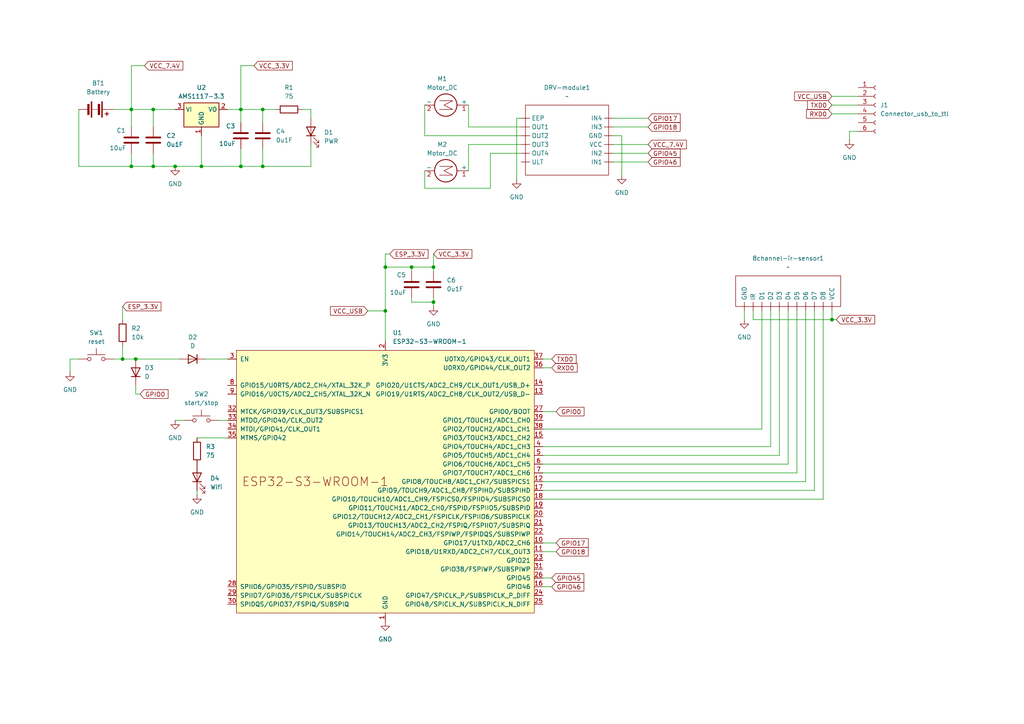
<source format=kicad_sch>
(kicad_sch (version 20250114) (generator "eeschema") (generator_version "9.0")
  (paper "A4")
  (lib_symbols
    (symbol "Connector:Conn_01x06_Socket" (pin_names (offset 1.016) (hide yes))
      (property "Reference" "J" (at 0 7.62 0))
      (property "Value" "Conn_01x06_Socket" (at 0 -10.16 0))
      (symbol "Conn_01x06_Socket_1_1"
        (polyline (pts (xy -1.27 5.08) (xy -0.508 5.08)) (stroke (width 0.1524)))
        (polyline (pts (xy -1.27 2.54) (xy -0.508 2.54)) (stroke (width 0.1524)))
        (polyline (pts (xy -1.27 0) (xy -0.508 0)) (stroke (width 0.1524)))
        (polyline (pts (xy -1.27 -2.54) (xy -0.508 -2.54)) (stroke (width 0.1524)))
        (polyline (pts (xy -1.27 -5.08) (xy -0.508 -5.08)) (stroke (width 0.1524)))
        (polyline (pts (xy -1.27 -7.62) (xy -0.508 -7.62)) (stroke (width 0.1524)))
        (arc (start 0 4.572) (mid -0.5058 5.08) (end 0 5.588) (stroke (width 0.1524)))
        (arc (start 0 2.032) (mid -0.5058 2.54) (end 0 3.048) (stroke (width 0.1524)))
        (arc (start 0 -0.508) (mid -0.5058 0) (end 0 0.508) (stroke (width 0.1524)))
        (arc (start 0 -3.048) (mid -0.5058 -2.54) (end 0 -2.032) (stroke (width 0.1524)))
        (arc (start 0 -5.588) (mid -0.5058 -5.08) (end 0 -4.572) (stroke (width 0.1524)))
        (arc (start 0 -8.128) (mid -0.5058 -7.62) (end 0 -7.112) (stroke (width 0.1524)))
        (pin passive line (at -5.08 5.08 0) (length 3.81) (name "Pin_1") (number "1"))
        (pin passive line (at -5.08 2.54 0) (length 3.81) (name "Pin_2") (number "2"))
        (pin passive line (at -5.08 0 0) (length 3.81) (name "Pin_3") (number "3"))
        (pin passive line (at -5.08 -2.54 0) (length 3.81) (name "Pin_4") (number "4"))
        (pin passive line (at -5.08 -5.08 0) (length 3.81) (name "Pin_5") (number "5"))
        (pin passive line (at -5.08 -7.62 0) (length 3.81) (name "Pin_6") (number "6"))
      )
    )
    (symbol "Device:Battery" (pin_numbers (hide yes)) (pin_names (offset 0) (hide yes))
      (property "Reference" "BT" (at 2.54 2.54 0))
      (property "Value" "Battery" (at 2.54 0 0))
      (symbol "Battery_0_1"
        (rectangle (start -2.286 1.778) (end 2.286 1.524) (fill (type outline)))
        (rectangle (start -2.286 -1.27) (end 2.286 -1.524) (fill (type outline)))
        (rectangle (start -1.524 1.016) (end 1.524 0.508) (fill (type outline)))
        (rectangle (start -1.524 -2.032) (end 1.524 -2.54) (fill (type outline)))
        (polyline (pts (xy 0 1.778) (xy 0 2.54)))
        (polyline (pts (xy 0 0) (xy 0 0.254)))
        (polyline (pts (xy 0 -0.508) (xy 0 -0.254)))
        (polyline (pts (xy 0 -1.016) (xy 0 -0.762)))
        (polyline (pts (xy 0.762 3.048) (xy 1.778 3.048)) (stroke (width 0.254)))
        (polyline (pts (xy 1.27 3.556) (xy 1.27 2.54)) (stroke (width 0.254)))
      )
      (symbol "Battery_1_1"
        (pin passive line (at 0 5.08 270) (length 2.54) (name "+") (number "1"))
        (pin passive line (at 0 -5.08 90) (length 2.54) (name "-") (number "2"))
      )
    )
    (symbol "Device:C" (pin_numbers (hide yes)) (pin_names (offset 0.254))
      (property "Reference" "C" (at 0.635 2.54 0))
      (property "Value" "C" (at 0.635 -2.54 0))
      (symbol "C_0_1"
        (polyline (pts (xy -2.032 0.762) (xy 2.032 0.762)) (stroke (width 0.508)))
        (polyline (pts (xy -2.032 -0.762) (xy 2.032 -0.762)) (stroke (width 0.508)))
      )
      (symbol "C_1_1"
        (pin passive line (at 0 3.81 270) (length 2.794) (name "~") (number "1"))
        (pin passive line (at 0 -3.81 90) (length 2.794) (name "~") (number "2"))
      )
    )
    (symbol "Device:D" (pin_numbers (hide yes)) (pin_names (offset 1.016) (hide yes))
      (property "Reference" "D" (at 0 2.54 0))
      (property "Value" "D" (at 0 -2.54 0))
      (symbol "D_0_1"
        (polyline (pts (xy -1.27 1.27) (xy -1.27 -1.27)) (stroke (width 0.254)))
        (polyline (pts (xy 1.27 1.27) (xy 1.27 -1.27) (xy -1.27 0) (xy 1.27 1.27)) (stroke (width 0.254)))
        (polyline (pts (xy 1.27 0) (xy -1.27 0)))
      )
      (symbol "D_1_1"
        (pin passive line (at -3.81 0 0) (length 2.54) (name "K") (number "1"))
        (pin passive line (at 3.81 0 180) (length 2.54) (name "A") (number "2"))
      )
    )
    (symbol "Device:LED" (pin_numbers (hide yes)) (pin_names (offset 1.016) (hide yes))
      (property "Reference" "D" (at 0 2.54 0))
      (property "Value" "LED" (at 0 -2.54 0))
      (symbol "LED_0_1"
        (polyline (pts (xy -3.048 -0.762) (xy -4.572 -2.286) (xy -3.81 -2.286) (xy -4.572 -2.286) (xy -4.572 -1.524)))
        (polyline (pts (xy -1.778 -0.762) (xy -3.302 -2.286) (xy -2.54 -2.286) (xy -3.302 -2.286) (xy -3.302 -1.524)))
        (polyline (pts (xy -1.27 0) (xy 1.27 0)))
        (polyline (pts (xy -1.27 -1.27) (xy -1.27 1.27)) (stroke (width 0.254)))
        (polyline (pts (xy 1.27 -1.27) (xy 1.27 1.27) (xy -1.27 0) (xy 1.27 -1.27)) (stroke (width 0.254)))
      )
      (symbol "LED_1_1"
        (pin passive line (at -3.81 0 0) (length 2.54) (name "K") (number "1"))
        (pin passive line (at 3.81 0 180) (length 2.54) (name "A") (number "2"))
      )
    )
    (symbol "Device:R" (pin_numbers (hide yes)) (pin_names (offset 0))
      (property "Reference" "R" (at 2.032 0 90))
      (property "Value" "R" (at 0 0 90))
      (symbol "R_0_1"
        (rectangle (start -1.016 -2.54) (end 1.016 2.54) (stroke (width 0.254)))
      )
      (symbol "R_1_1"
        (pin passive line (at 0 3.81 270) (length 1.27) (name "~") (number "1"))
        (pin passive line (at 0 -3.81 90) (length 1.27) (name "~") (number "2"))
      )
    )
    (symbol "Motor:Motor_DC" (pin_names (offset 0))
      (property "Reference" "M" (at 2.54 2.54 0))
      (property "Value" "Motor_DC" (at 2.54 -5.08 0))
      (symbol "Motor_DC_0_0"
        (polyline (pts (xy -1.27 -3.302) (xy -1.27 0.508) (xy 0 -2.032) (xy 1.27 0.508) (xy 1.27 -3.302)))
      )
      (symbol "Motor_DC_0_1"
        (polyline (pts (xy 0 2.032) (xy 0 2.54)))
        (polyline (pts (xy 0 1.7272) (xy 0 2.0828)))
        (circle (center 0 -1.524) (radius 3.2512) (stroke (width 0.254)))
        (polyline (pts (xy 0 -4.7752) (xy 0 -5.1816)))
        (polyline (pts (xy 0 -7.62) (xy 0 -7.112)))
      )
      (symbol "Motor_DC_1_1"
        (pin passive line (at 0 5.08 270) (length 2.54) (name "+") (number "1"))
        (pin passive line (at 0 -7.62 90) (length 2.54) (name "-") (number "2"))
      )
    )
    (symbol "PCM_Espressif:ESP32-S3-WROOM-1" (pin_names (offset 1.016))
      (property "Reference" "U" (at -43.18 43.18 0))
      (property "Value" "ESP32-S3-WROOM-1" (at -43.18 40.64 0))
      (symbol "ESP32-S3-WROOM-1_0_0"
        (text "ESP32-S3-WROOM-1" (at -20.32 0 0) (effects (font (size 2.54 2.54))))
        (pin input line (at -45.72 35.56 0) (length 2.54) (name "EN") (number "3"))
        (pin bidirectional line (at -45.72 27.94 0) (length 2.54) (name "GPIO15/U0RTS/ADC2_CH4/XTAL_32K_P") (number "8"))
        (pin bidirectional line (at -45.72 25.4 0) (length 2.54) (name "GPIO16/U0CTS/ADC2_CH5/XTAL_32K_N") (number "9"))
        (pin bidirectional line (at -45.72 20.32 0) (length 2.54) (name "MTCK/GPIO39/CLK_OUT3/SUBSPICS1") (number "32"))
        (pin bidirectional line (at -45.72 17.78 0) (length 2.54) (name "MTDO/GPIO40/CLK_OUT2") (number "33"))
        (pin bidirectional line (at -45.72 15.24 0) (length 2.54) (name "MTDI/GPIO41/CLK_OUT1") (number "34"))
        (pin bidirectional line (at -45.72 12.7 0) (length 2.54) (name "MTMS/GPIO42") (number "35"))
        (pin bidirectional line (at -45.72 -30.48 0) (length 2.54) (name "SPIIO6/GPIO35/FSPID/SUBSPID") (number "28"))
        (pin bidirectional line (at -45.72 -33.02 0) (length 2.54) (name "SPIIO7/GPIO36/FSPICLK/SUBSPICLK") (number "29"))
        (pin bidirectional line (at -45.72 -35.56 0) (length 2.54) (name "SPIDQS/GPIO37/FSPIQ/SUBSPIQ") (number "30"))
        (pin power_in line (at 0 40.64 270) (length 2.54) (name "3V3") (number "2"))
        (pin power_in line (at 0 -40.64 90) (length 2.54) (name "GND") (number "1"))
        (pin passive line (at 0 -40.64 90) (length 2.54) (hide yes) (name "GND") (number "40"))
        (pin passive line (at 0 -40.64 90) (length 2.54) (hide yes) (name "GND") (number "41"))
        (pin bidirectional line (at 45.72 35.56 180) (length 2.54) (name "U0TXD/GPIO43/CLK_OUT1") (number "37"))
        (pin bidirectional line (at 45.72 33.02 180) (length 2.54) (name "U0RXD/GPIO44/CLK_OUT2") (number "36"))
        (pin bidirectional line (at 45.72 27.94 180) (length 2.54) (name "GPIO20/U1CTS/ADC2_CH9/CLK_OUT1/USB_D+") (number "14"))
        (pin bidirectional line (at 45.72 25.4 180) (length 2.54) (name "GPIO19/U1RTS/ADC2_CH8/CLK_OUT2/USB_D-") (number "13"))
        (pin bidirectional line (at 45.72 20.32 180) (length 2.54) (name "GPIO0/BOOT") (number "27"))
        (pin bidirectional line (at 45.72 17.78 180) (length 2.54) (name "GPIO1/TOUCH1/ADC1_CH0") (number "39"))
        (pin bidirectional line (at 45.72 15.24 180) (length 2.54) (name "GPIO2/TOUCH2/ADC1_CH1") (number "38"))
        (pin bidirectional line (at 45.72 12.7 180) (length 2.54) (name "GPIO3/TOUCH3/ADC1_CH2") (number "15"))
        (pin bidirectional line (at 45.72 10.16 180) (length 2.54) (name "GPIO4/TOUCH4/ADC1_CH3") (number "4"))
        (pin bidirectional line (at 45.72 7.62 180) (length 2.54) (name "GPIO5/TOUCH5/ADC1_CH4") (number "5"))
        (pin bidirectional line (at 45.72 5.08 180) (length 2.54) (name "GPIO6/TOUCH6/ADC1_CH5") (number "6"))
        (pin bidirectional line (at 45.72 2.54 180) (length 2.54) (name "GPIO7/TOUCH7/ADC1_CH6") (number "7"))
        (pin bidirectional line (at 45.72 0 180) (length 2.54) (name "GPIO8/TOUCH8/ADC1_CH7/SUBSPICS1") (number "12"))
        (pin bidirectional line (at 45.72 -2.54 180) (length 2.54) (name "GPIO9/TOUCH9/ADC1_CH8/FSPIHD/SUBSPIHD") (number "17"))
        (pin bidirectional line (at 45.72 -5.08 180) (length 2.54) (name "GPIO10/TOUCH10/ADC1_CH9/FSPICS0/FSPIIO4/SUBSPICS0") (number "18"))
        (pin bidirectional line (at 45.72 -7.62 180) (length 2.54) (name "GPIO11/TOUCH11/ADC2_CH0/FSPID/FSPIIO5/SUBSPID") (number "19"))
        (pin bidirectional line (at 45.72 -10.16 180) (length 2.54) (name "GPIO12/TOUCH12/ADC2_CH1/FSPICLK/FSPIIO6/SUBSPICLK") (number "20"))
        (pin bidirectional line (at 45.72 -12.7 180) (length 2.54) (name "GPIO13/TOUCH13/ADC2_CH2/FSPIQ/FSPIIO7/SUBSPIQ") (number "21"))
        (pin bidirectional line (at 45.72 -15.24 180) (length 2.54) (name "GPIO14/TOUCH14/ADC2_CH3/FSPIWP/FSPIDQS/SUBSPIWP") (number "22"))
        (pin bidirectional line (at 45.72 -17.78 180) (length 2.54) (name "GPIO17/U1TXD/ADC2_CH6") (number "10"))
        (pin bidirectional line (at 45.72 -20.32 180) (length 2.54) (name "GPIO18/U1RXD/ADC2_CH7/CLK_OUT3") (number "11"))
        (pin bidirectional line (at 45.72 -22.86 180) (length 2.54) (name "GPIO21") (number "23"))
        (pin bidirectional line (at 45.72 -25.4 180) (length 2.54) (name "GPIO38/FSPIWP/SUBSPIWP") (number "31"))
        (pin bidirectional line (at 45.72 -27.94 180) (length 2.54) (name "GPIO45") (number "26"))
        (pin bidirectional line (at 45.72 -30.48 180) (length 2.54) (name "GPIO46") (number "16"))
        (pin bidirectional line (at 45.72 -33.02 180) (length 2.54) (name "GPIO47/SPICLK_P/SUBSPICLK_P_DIFF") (number "24"))
        (pin bidirectional line (at 45.72 -35.56 180) (length 2.54) (name "GPIO48/SPICLK_N/SUBSPICLK_N_DIFF") (number "25"))
      )
      (symbol "ESP32-S3-WROOM-1_0_1"
        (rectangle (start -43.18 38.1) (end 43.18 -38.1) (fill (type background)))
      )
    )
    (symbol "Regulator_Linear:AMS1117-3.3"
      (property "Reference" "U" (at -3.81 3.175 0))
      (property "Value" "AMS1117-3.3" (at 0 3.175 0))
      (symbol "AMS1117-3.3_0_1"
        (rectangle (start -5.08 -5.08) (end 5.08 1.905) (stroke (width 0.254)) (fill (type background)))
      )
      (symbol "AMS1117-3.3_1_1"
        (pin power_in line (at -7.62 0 0) (length 2.54) (name "VI") (number "3"))
        (pin power_in line (at 0 -7.62 90) (length 2.54) (name "GND") (number "1"))
        (pin power_out line (at 7.62 0 180) (length 2.54) (name "VO") (number "2"))
      )
    )
    (symbol "Switch:SW_Push" (pin_numbers (hide yes)) (pin_names (offset 1.016) (hide yes))
      (property "Reference" "SW" (at 1.27 2.54 0))
      (property "Value" "SW_Push" (at 0 -1.524 0))
      (symbol "SW_Push_0_1"
        (circle (center -2.032 0) (radius 0.508))
        (polyline (pts (xy 0 1.27) (xy 0 3.048)))
        (circle (center 2.032 0) (radius 0.508))
        (polyline (pts (xy 2.54 1.27) (xy -2.54 1.27)))
        (pin passive line (at -5.08 0 0) (length 2.54) (name "1") (number "1"))
        (pin passive line (at 5.08 0 180) (length 2.54) (name "2") (number "2"))
      )
    )
    (symbol "eigensymbolen:8channel-ir-sensor"
      (property "Reference" "8channel-ir-sensor" (at 0 0 0))
      (symbol "8channel-ir-sensor_0_1"
        (rectangle (start -15.24 1.27) (end 15.24 -7.62))
      )
      (symbol "8channel-ir-sensor_1_1"
        (pin power_in line (at -12.7 -8.89 90) (length 2.54) (name "GND") (number ""))
        (pin power_in line (at -10.16 -8.89 90) (length 2.54) (name "IR") (number ""))
        (pin output line (at -7.62 -8.89 90) (length 2.54) (name "D1") (number ""))
        (pin output line (at -5.08 -8.89 90) (length 2.54) (name "D2") (number ""))
        (pin output line (at -2.54 -8.89 90) (length 2.54) (name "D3") (number ""))
        (pin output line (at 0 -8.89 90) (length 2.54) (name "D4") (number ""))
        (pin output line (at 2.54 -8.89 90) (length 2.54) (name "D5") (number ""))
        (pin output line (at 5.08 -8.89 90) (length 2.54) (name "D6") (number ""))
        (pin output line (at 7.62 -8.89 90) (length 2.54) (name "D7") (number ""))
        (pin output line (at 10.16 -8.89 90) (length 2.54) (name "D8") (number ""))
        (pin power_in line (at 12.7 -8.89 90) (length 2.54) (name "VCC") (number ""))
      )
    )
    (symbol "eigensymbolen:DRV8833_board"
      (property "Reference" "DRV8833" (at -0.254 8.128 0))
      (symbol "DRV8833_board_0_1"
        (rectangle (start -12.7 10.16) (end 11.43 -10.16))
      )
      (symbol "DRV8833_board_1_1"
        (pin input line (at -13.97 6.35 0) (length 2.54) (name "EEP") (number ""))
        (pin output line (at -13.97 3.81 0) (length 2.54) (name "OUT1") (number ""))
        (pin output line (at -13.97 1.27 0) (length 2.54) (name "OUT2") (number ""))
        (pin output line (at -13.97 -1.27 0) (length 2.54) (name "OUT3") (number ""))
        (pin output line (at -13.97 -3.81 0) (length 2.54) (name "OUT4") (number ""))
        (pin input line (at -13.97 -6.35 0) (length 2.54) (name "ULT") (number ""))
        (pin input line (at 12.7 6.35 180) (length 2.54) (name "IN4") (number ""))
        (pin input line (at 12.7 3.81 180) (length 2.54) (name "IN3") (number ""))
        (pin power_in line (at 12.7 1.27 180) (length 2.54) (name "GND") (number ""))
        (pin power_in line (at 12.7 -1.27 180) (length 2.54) (name "VCC") (number ""))
        (pin input line (at 12.7 -3.81 180) (length 2.54) (name "IN2") (number ""))
        (pin input line (at 12.7 -6.35 180) (length 2.54) (name "IN1") (number ""))
      )
    )
    (symbol "power:GND" (power) (pin_numbers (hide yes)) (pin_names (offset 0) (hide yes))
      (property "Value" "GND" (at 0 -3.81 0))
      (symbol "GND_0_1"
        (polyline (pts (xy 0 0) (xy 0 -1.27) (xy 1.27 -1.27) (xy 0 -2.54) (xy -1.27 -1.27) (xy 0 -1.27)))
      )
      (symbol "GND_1_1"
        (pin power_in line (at 0 0 270) (length 0) (name "~") (number "1"))
      )
    )
  )
  (junction (at 111.76 77.47))
  (junction (at 58.42 48.26))
  (junction (at 111.76 90.17))
  (junction (at 38.1 48.26))
  (junction (at 119.38 77.47))
  (junction (at 69.85 48.26))
  (junction (at 76.2 48.26))
  (junction (at 35.56 104.14))
  (junction (at 125.73 87.63))
  (junction (at 76.2 31.75))
  (junction (at 39.37 104.14))
  (junction (at 50.8 48.26))
  (junction (at 125.73 77.47))
  (junction (at 69.85 31.75))
  (junction (at 38.1 31.75))
  (junction (at 241.3 92.71))
  (junction (at 44.45 48.26))
  (junction (at 44.45 31.75))
  (wire (pts (xy 50.8 48.26) (xy 58.42 48.26)))
  (wire (pts (xy 220.98 124.46) (xy 220.98 90.17)))
  (wire (pts (xy 66.04 127) (xy 57.15 127)))
  (wire (pts (xy 44.45 48.26) (xy 50.8 48.26)))
  (wire (pts (xy 69.85 31.75) (xy 69.85 35.56)))
  (wire (pts (xy 76.2 31.75) (xy 69.85 31.75)))
  (wire (pts (xy 157.48 106.68) (xy 160.02 106.68)))
  (wire (pts (xy 90.17 31.75) (xy 90.17 34.29)))
  (wire (pts (xy 218.44 90.17) (xy 218.44 92.71)))
  (wire (pts (xy 69.85 48.26) (xy 58.42 48.26)))
  (wire (pts (xy 39.37 104.14) (xy 52.07 104.14)))
  (wire (pts (xy 157.48 134.62) (xy 228.6 134.62)))
  (wire (pts (xy 157.48 142.24) (xy 236.22 142.24)))
  (wire (pts (xy 233.68 139.7) (xy 233.68 90.17)))
  (wire (pts (xy 157.48 144.78) (xy 238.76 144.78)))
  (wire (pts (xy 87.63 31.75) (xy 90.17 31.75)))
  (wire (pts (xy 142.24 44.45) (xy 142.24 54.61)))
  (wire (pts (xy 157.48 119.38) (xy 161.29 119.38)))
  (wire (pts (xy 149.86 34.29) (xy 151.13 34.29)))
  (wire (pts (xy 223.52 129.54) (xy 223.52 90.17)))
  (wire (pts (xy 177.8 41.91) (xy 187.96 41.91)))
  (wire (pts (xy 38.1 48.26) (xy 44.45 48.26)))
  (wire (pts (xy 241.3 92.71) (xy 242.57 92.71)))
  (wire (pts (xy 231.14 137.16) (xy 231.14 90.17)))
  (wire (pts (xy 125.73 87.63) (xy 125.73 86.36)))
  (wire (pts (xy 157.48 104.14) (xy 160.02 104.14)))
  (wire (pts (xy 66.04 31.75) (xy 69.85 31.75)))
  (wire (pts (xy 241.3 33.02) (xy 248.92 33.02)))
  (wire (pts (xy 40.64 114.3) (xy 39.37 114.3)))
  (wire (pts (xy 119.38 77.47) (xy 125.73 77.47)))
  (wire (pts (xy 119.38 87.63) (xy 125.73 87.63)))
  (wire (pts (xy 63.5 121.92) (xy 66.04 121.92)))
  (wire (pts (xy 226.06 132.08) (xy 226.06 90.17)))
  (wire (pts (xy 38.1 31.75) (xy 38.1 36.83)))
  (wire (pts (xy 35.56 104.14) (xy 39.37 104.14)))
  (wire (pts (xy 157.48 157.48) (xy 161.29 157.48)))
  (wire (pts (xy 111.76 73.66) (xy 111.76 77.47)))
  (wire (pts (xy 22.86 31.75) (xy 22.86 48.26)))
  (wire (pts (xy 236.22 142.24) (xy 236.22 90.17)))
  (wire (pts (xy 76.2 48.26) (xy 76.2 43.18)))
  (wire (pts (xy 125.73 73.66) (xy 125.73 77.47)))
  (wire (pts (xy 44.45 36.83) (xy 44.45 31.75)))
  (wire (pts (xy 228.6 134.62) (xy 228.6 90.17)))
  (wire (pts (xy 44.45 44.45) (xy 44.45 48.26)))
  (wire (pts (xy 218.44 92.71) (xy 241.3 92.71)))
  (wire (pts (xy 39.37 114.3) (xy 39.37 111.76)))
  (wire (pts (xy 59.69 104.14) (xy 66.04 104.14)))
  (wire (pts (xy 157.48 139.7) (xy 233.68 139.7)))
  (wire (pts (xy 157.48 160.02) (xy 161.29 160.02)))
  (wire (pts (xy 125.73 77.47) (xy 125.73 78.74)))
  (wire (pts (xy 119.38 77.47) (xy 119.38 78.74)))
  (wire (pts (xy 177.8 39.37) (xy 180.34 39.37)))
  (wire (pts (xy 125.73 88.9) (xy 125.73 87.63)))
  (wire (pts (xy 135.89 30.48) (xy 135.89 36.83)))
  (wire (pts (xy 119.38 77.47) (xy 111.76 77.47)))
  (wire (pts (xy 157.48 124.46) (xy 220.98 124.46)))
  (wire (pts (xy 38.1 44.45) (xy 38.1 48.26)))
  (wire (pts (xy 20.32 104.14) (xy 22.86 104.14)))
  (wire (pts (xy 215.9 90.17) (xy 215.9 92.71)))
  (wire (pts (xy 106.68 90.17) (xy 111.76 90.17)))
  (wire (pts (xy 157.48 137.16) (xy 231.14 137.16)))
  (wire (pts (xy 135.89 36.83) (xy 151.13 36.83)))
  (wire (pts (xy 38.1 19.05) (xy 38.1 31.75)))
  (wire (pts (xy 76.2 48.26) (xy 90.17 48.26)))
  (wire (pts (xy 22.86 48.26) (xy 38.1 48.26)))
  (wire (pts (xy 69.85 48.26) (xy 76.2 48.26)))
  (wire (pts (xy 20.32 104.14) (xy 20.32 107.95)))
  (wire (pts (xy 142.24 44.45) (xy 151.13 44.45)))
  (wire (pts (xy 44.45 31.75) (xy 50.8 31.75)))
  (wire (pts (xy 123.19 39.37) (xy 151.13 39.37)))
  (wire (pts (xy 149.86 52.07) (xy 149.86 34.29)))
  (wire (pts (xy 69.85 43.18) (xy 69.85 48.26)))
  (wire (pts (xy 157.48 170.18) (xy 160.02 170.18)))
  (wire (pts (xy 123.19 49.53) (xy 123.19 54.61)))
  (wire (pts (xy 35.56 88.9) (xy 35.56 92.71)))
  (wire (pts (xy 177.8 46.99) (xy 187.96 46.99)))
  (wire (pts (xy 157.48 132.08) (xy 226.06 132.08)))
  (wire (pts (xy 177.8 44.45) (xy 187.96 44.45)))
  (wire (pts (xy 241.3 90.17) (xy 241.3 92.71)))
  (wire (pts (xy 238.76 144.78) (xy 238.76 90.17)))
  (wire (pts (xy 57.15 143.51) (xy 57.15 142.24)))
  (wire (pts (xy 123.19 30.48) (xy 123.19 39.37)))
  (wire (pts (xy 38.1 31.75) (xy 44.45 31.75)))
  (wire (pts (xy 177.8 36.83) (xy 187.96 36.83)))
  (wire (pts (xy 157.48 129.54) (xy 223.52 129.54)))
  (wire (pts (xy 111.76 90.17) (xy 111.76 77.47)))
  (wire (pts (xy 123.19 54.61) (xy 142.24 54.61)))
  (wire (pts (xy 41.91 19.05) (xy 38.1 19.05)))
  (wire (pts (xy 119.38 87.63) (xy 119.38 86.36)))
  (wire (pts (xy 135.89 41.91) (xy 151.13 41.91)))
  (wire (pts (xy 241.3 27.94) (xy 248.92 27.94)))
  (wire (pts (xy 157.48 167.64) (xy 160.02 167.64)))
  (wire (pts (xy 135.89 41.91) (xy 135.89 49.53)))
  (wire (pts (xy 33.02 104.14) (xy 35.56 104.14)))
  (wire (pts (xy 113.03 73.66) (xy 111.76 73.66)))
  (wire (pts (xy 33.02 31.75) (xy 38.1 31.75)))
  (wire (pts (xy 69.85 19.05) (xy 69.85 31.75)))
  (wire (pts (xy 76.2 31.75) (xy 80.01 31.75)))
  (wire (pts (xy 111.76 99.06) (xy 111.76 90.17)))
  (wire (pts (xy 35.56 100.33) (xy 35.56 104.14)))
  (wire (pts (xy 90.17 41.91) (xy 90.17 48.26)))
  (wire (pts (xy 180.34 39.37) (xy 180.34 50.8)))
  (wire (pts (xy 177.8 34.29) (xy 187.96 34.29)))
  (wire (pts (xy 241.3 30.48) (xy 248.92 30.48)))
  (wire (pts (xy 73.66 19.05) (xy 69.85 19.05)))
  (wire (pts (xy 58.42 39.37) (xy 58.42 48.26)))
  (wire (pts (xy 246.38 38.1) (xy 248.92 38.1)))
  (wire (pts (xy 246.38 40.64) (xy 246.38 38.1)))
  (wire (pts (xy 50.8 121.92) (xy 53.34 121.92)))
  (wire (pts (xy 76.2 35.56) (xy 76.2 31.75)))
  (global_label "VCC_7.4V" (shape input) (at 41.91 19.05 0) (property "Intersheetrefs" "${INTERSHEET_REFS}" (effects (hide yes))))
  (global_label "VCC_3.3V" (shape input) (at 125.73 73.66 0) (property "Intersheetrefs" "${INTERSHEET_REFS}" (effects (hide yes))))
  (global_label "GPIO17" (shape input) (at 161.29 157.48 0) (property "Intersheetrefs" "${INTERSHEET_REFS}" (effects (hide yes))))
  (global_label "GPIO17" (shape input) (at 187.96 34.29 0) (property "Intersheetrefs" "${INTERSHEET_REFS}" (effects (hide yes))))
  (global_label "GPIO0" (shape input) (at 161.29 119.38 0) (property "Intersheetrefs" "${INTERSHEET_REFS}" (effects (hide yes))))
  (global_label "RXD0" (shape input) (at 160.02 106.68 0) (property "Intersheetrefs" "${INTERSHEET_REFS}" (effects (hide yes))))
  (global_label "GPIO18" (shape input) (at 187.96 36.83 0) (property "Intersheetrefs" "${INTERSHEET_REFS}" (effects (hide yes))))
  (global_label "VCC_7.4V" (shape input) (at 187.96 41.91 0) (property "Intersheetrefs" "${INTERSHEET_REFS}" (effects (hide yes))))
  (global_label "GPIO45" (shape input) (at 187.96 44.45 0) (property "Intersheetrefs" "${INTERSHEET_REFS}" (effects (hide yes))))
  (global_label "TXD0" (shape input) (at 160.02 104.14 0) (property "Intersheetrefs" "${INTERSHEET_REFS}" (effects (hide yes))))
  (global_label "VCC_3.3V" (shape input) (at 73.66 19.05 0) (property "Intersheetrefs" "${INTERSHEET_REFS}" (effects (hide yes))))
  (global_label "RXD0" (shape input) (at 241.3 33.02 180) (property "Intersheetrefs" "${INTERSHEET_REFS}" (effects (hide yes))))
  (global_label "ESP_3.3V" (shape input) (at 35.56 88.9 0) (property "Intersheetrefs" "${INTERSHEET_REFS}" (effects (hide yes))))
  (global_label "TXD0" (shape input) (at 241.3 30.48 180) (property "Intersheetrefs" "${INTERSHEET_REFS}" (effects (hide yes))))
  (global_label "ESP_3.3V" (shape input) (at 113.03 73.66 0) (property "Intersheetrefs" "${INTERSHEET_REFS}" (effects (hide yes))))
  (global_label "GPIO46" (shape input) (at 160.02 170.18 0) (property "Intersheetrefs" "${INTERSHEET_REFS}" (effects (hide yes))))
  (global_label "GPIO0" (shape input) (at 40.64 114.3 0) (property "Intersheetrefs" "${INTERSHEET_REFS}" (effects (hide yes))))
  (global_label "VCC_USB" (shape input) (at 241.3 27.94 180) (property "Intersheetrefs" "${INTERSHEET_REFS}" (effects (hide yes))))
  (global_label "VCC_USB" (shape input) (at 106.68 90.17 180) (property "Intersheetrefs" "${INTERSHEET_REFS}" (effects (hide yes))))
  (global_label "VCC_3.3V" (shape input) (at 242.57 92.71 0) (property "Intersheetrefs" "${INTERSHEET_REFS}" (effects (hide yes))))
  (global_label "GPIO46" (shape input) (at 187.96 46.99 0) (property "Intersheetrefs" "${INTERSHEET_REFS}" (effects (hide yes))))
  (global_label "GPIO45" (shape input) (at 160.02 167.64 0) (property "Intersheetrefs" "${INTERSHEET_REFS}" (effects (hide yes))))
  (global_label "GPIO18" (shape input) (at 161.29 160.02 0) (property "Intersheetrefs" "${INTERSHEET_REFS}" (effects (hide yes))))
  (symbol (lib_id "Device:C") (at 125.73 82.55 0) (unit 1)
    (property "Reference" "C6" (at 129.54 81.2799 0) (effects (justify left)))
    (property "Value" "0u1F" (at 129.54 83.8199 0) (effects (justify left)))
    (property "Description" "Unpolarized capacitor" (effects (hide yes)))
  )
  (symbol (lib_id "Device:C") (at 44.45 40.64 0) (unit 1)
    (property "Reference" "C2" (at 48.26 39.3699 0) (effects (justify left)))
    (property "Value" "0u1F" (at 48.26 41.9099 0) (effects (justify left)))
    (property "Description" "Unpolarized capacitor" (effects (hide yes)))
  )
  (symbol (lib_id "power:GND") (at 246.38 40.64 0) (unit 1)
    (property "Reference" "#PWR09" (effects (hide yes)))
    (property "Value" "GND" (at 246.38 45.72 0))
    (property "Description" "Power symbol creates a global label with name \"GND\" , ground" (effects (hide yes)))
  )
  (symbol (lib_id "power:GND") (at 50.8 48.26 0) (unit 1)
    (property "Reference" "#PWR01" (effects (hide yes)))
    (property "Value" "GND" (at 50.8 53.34 0))
    (property "Description" "Power symbol creates a global label with name \"GND\" , ground" (effects (hide yes)))
  )
  (symbol (lib_id "Device:Battery") (at 27.94 31.75 270) (unit 1)
    (property "Reference" "BT1" (at 28.5115 24.13 90))
    (property "Value" "Battery" (at 28.5115 26.67 90))
    (property "Description" "Multiple-cell battery" (effects (hide yes)))
  )
  (symbol (lib_id "Device:R") (at 35.56 96.52 0) (unit 1)
    (property "Reference" "R2" (at 38.1 95.2499 0) (effects (justify left)))
    (property "Value" "10k" (at 38.1 97.7899 0) (effects (justify left)))
    (property "Footprint" "Resistor_THT:R_Axial_DIN0204_L3.6mm_D1.6mm_P7.62mm_Horizontal" (effects (hide yes)))
    (property "Description" "Resistor" (effects (hide yes)))
  )
  (symbol (lib_id "Switch:SW_Push") (at 58.42 121.92 0) (unit 1)
    (property "Reference" "SW2" (at 58.42 114.3 0))
    (property "Value" "start/stop" (at 58.42 116.84 0))
    (property "Footprint" "Button_Switch_SMD:SW_SPST_PTS645Sx43SMTR92" (effects (hide yes)))
    (property "Description" "Push button switch, generic, two pins" (effects (hide yes)))
  )
  (symbol (lib_id "Device:R") (at 83.82 31.75 90) (unit 1)
    (property "Reference" "R1" (at 83.82 25.4 90))
    (property "Value" "75" (at 83.82 27.94 90))
    (property "Footprint" "Resistor_THT:R_Axial_DIN0204_L3.6mm_D1.6mm_P7.62mm_Horizontal" (effects (hide yes)))
    (property "Description" "Resistor" (effects (hide yes)))
  )
  (symbol (lib_id "power:GND") (at 125.73 88.9 0) (unit 1)
    (property "Reference" "#PWR03" (effects (hide yes)))
    (property "Value" "GND" (at 125.73 93.98 0))
    (property "Description" "Power symbol creates a global label with name \"GND\" , ground" (effects (hide yes)))
  )
  (symbol (lib_id "Device:C") (at 38.1 40.64 0) (unit 1)
    (property "Reference" "C1" (at 33.782 37.846 0) (effects (justify left)))
    (property "Value" "10uF" (at 31.75 42.926 0) (effects (justify left)))
    (property "Description" "Unpolarized capacitor" (effects (hide yes)))
  )
  (symbol (lib_id "Device:D") (at 39.37 107.95 90) (unit 1)
    (property "Reference" "D3" (at 41.91 106.6799 90) (effects (justify right)))
    (property "Value" "D" (at 41.91 109.2199 90) (effects (justify right)))
    (property "Description" "Diode" (effects (hide yes)))
    (property "Sim.Device" "D" (effects (hide yes)))
    (property "Sim.Pins" "1=K 2=A" (effects (hide yes)))
  )
  (symbol (lib_id "Motor:Motor_DC") (at 130.81 49.53 270) (unit 1)
    (property "Reference" "M2" (at 128.27 41.91 90))
    (property "Value" "Motor_DC" (at 128.27 44.45 90))
    (property "Description" "DC Motor" (effects (hide yes)))
  )
  (symbol (lib_id "power:GND") (at 111.76 180.34 0) (unit 1)
    (property "Reference" "#PWR02" (effects (hide yes)))
    (property "Value" "GND" (at 111.76 185.42 0))
    (property "Description" "Power symbol creates a global label with name \"GND\" , ground" (effects (hide yes)))
  )
  (symbol (lib_id "eigensymbolen:DRV8833_board") (at 165.1 40.64 0) (unit 1)
    (property "Reference" "DRV-module1" (at 164.465 25.4 0))
    (property "Value" "~" (at 164.465 27.94 0))
  )
  (symbol (lib_id "power:GND") (at 180.34 50.8 0) (unit 1)
    (property "Reference" "#PWR07" (effects (hide yes)))
    (property "Value" "GND" (at 180.34 55.88 0))
    (property "Description" "Power symbol creates a global label with name \"GND\" , ground" (effects (hide yes)))
  )
  (symbol (lib_id "Device:R") (at 57.15 130.81 180) (unit 1)
    (property "Reference" "R3" (at 59.69 129.5399 0) (effects (justify right)))
    (property "Value" "75" (at 59.69 132.0799 0) (effects (justify right)))
    (property "Footprint" "Resistor_THT:R_Axial_DIN0204_L3.6mm_D1.6mm_P7.62mm_Horizontal" (effects (hide yes)))
    (property "Description" "Resistor" (effects (hide yes)))
  )
  (symbol (lib_id "Device:LED") (at 57.15 138.43 90) (unit 1)
    (property "Reference" "D4" (at 60.96 138.7474 90) (effects (justify right)))
    (property "Value" "Wifi" (at 60.96 141.2874 90) (effects (justify right)))
    (property "Footprint" "LED_THT:LED_D5.0mm" (effects (hide yes)))
    (property "Description" "Light emitting diode" (effects (hide yes)))
    (property "Sim.Pins" "1=K 2=A" (effects (hide yes)))
  )
  (symbol (lib_id "power:GND") (at 215.9 92.71 0) (unit 1)
    (property "Reference" "#PWR05" (effects (hide yes)))
    (property "Value" "GND" (at 215.9 97.79 0))
    (property "Description" "Power symbol creates a global label with name \"GND\" , ground" (effects (hide yes)))
  )
  (symbol (lib_id "Device:C") (at 69.85 39.37 0) (unit 1)
    (property "Reference" "C3" (at 65.532 36.576 0) (effects (justify left)))
    (property "Value" "10uF" (at 63.5 41.656 0) (effects (justify left)))
    (property "Description" "Unpolarized capacitor" (effects (hide yes)))
  )
  (symbol (lib_id "Device:D") (at 55.88 104.14 180) (unit 1)
    (property "Reference" "D2" (at 55.88 97.79 0))
    (property "Value" "D" (at 55.88 100.33 0))
    (property "Description" "Diode" (effects (hide yes)))
    (property "Sim.Device" "D" (effects (hide yes)))
    (property "Sim.Pins" "1=K 2=A" (effects (hide yes)))
  )
  (symbol (lib_id "Regulator_Linear:AMS1117-3.3") (at 58.42 31.75 0) (unit 1)
    (property "Reference" "U2" (at 58.42 25.4 0))
    (property "Value" "AMS1117-3.3" (at 58.42 27.94 0))
    (property "Footprint" "Package_TO_SOT_SMD:SOT-223-3_TabPin2" (effects (hide yes)))
    (property "Datasheet" "http://www.advanced-monolithic.com/pdf/ds1117.pdf" (effects (hide yes)))
    (property "Description" "1A Low Dropout regulator, positive, 3.3V fixed output, SOT-223" (effects (hide yes)))
  )
  (symbol (lib_id "Motor:Motor_DC") (at 130.81 30.48 270) (unit 1)
    (property "Reference" "M1" (at 128.27 22.86 90))
    (property "Value" "Motor_DC" (at 128.27 25.4 90))
    (property "Description" "DC Motor" (effects (hide yes)))
  )
  (symbol (lib_id "power:GND") (at 149.86 52.07 0) (unit 1)
    (property "Reference" "#PWR08" (effects (hide yes)))
    (property "Value" "GND" (at 149.86 57.15 0))
    (property "Description" "Power symbol creates a global label with name \"GND\" , ground" (effects (hide yes)))
  )
  (symbol (lib_id "Switch:SW_Push") (at 27.94 104.14 0) (unit 1)
    (property "Reference" "SW1" (at 27.94 96.52 0))
    (property "Value" "reset" (at 27.94 99.06 0))
    (property "Footprint" "Button_Switch_SMD:SW_SPST_PTS645Sx43SMTR92" (effects (hide yes)))
    (property "Description" "Push button switch, generic, two pins" (effects (hide yes)))
  )
  (symbol (lib_id "Device:LED") (at 90.17 38.1 90) (unit 1)
    (property "Reference" "D1" (at 93.98 38.4174 90) (effects (justify right)))
    (property "Value" "PWR" (at 93.98 40.9574 90) (effects (justify right)))
    (property "Footprint" "LED_THT:LED_D5.0mm" (effects (hide yes)))
    (property "Description" "Light emitting diode" (effects (hide yes)))
    (property "Sim.Pins" "1=K 2=A" (effects (hide yes)))
  )
  (symbol (lib_id "power:GND") (at 50.8 121.92 0) (unit 1)
    (property "Reference" "#PWR06" (effects (hide yes)))
    (property "Value" "GND" (at 50.8 127 0))
    (property "Description" "Power symbol creates a global label with name \"GND\" , ground" (effects (hide yes)))
  )
  (symbol (lib_id "Device:C") (at 119.38 82.55 0) (unit 1)
    (property "Reference" "C5" (at 115.062 79.756 0) (effects (justify left)))
    (property "Value" "10uF" (at 113.03 84.836 0) (effects (justify left)))
    (property "Description" "Unpolarized capacitor" (effects (hide yes)))
  )
  (symbol (lib_id "power:GND") (at 20.32 107.95 0) (unit 1)
    (property "Reference" "#PWR04" (effects (hide yes)))
    (property "Value" "GND" (at 20.32 113.03 0))
    (property "Description" "Power symbol creates a global label with name \"GND\" , ground" (effects (hide yes)))
  )
  (symbol (lib_id "eigensymbolen:8channel-ir-sensor") (at 228.6 81.28 0) (unit 1)
    (property "Reference" "8channel-ir-sensor1" (at 228.6 74.93 0))
    (property "Value" "~" (at 228.6 77.47 0))
  )
  (symbol (lib_id "PCM_Espressif:ESP32-S3-WROOM-1") (at 111.76 139.7 0) (unit 1)
    (property "Reference" "U1" (at 113.9033 96.52 0) (effects (justify left)))
    (property "Value" "ESP32-S3-WROOM-1" (at 113.9033 99.06 0) (effects (justify left)))
    (property "Footprint" "PCM_Espressif:ESP32-S3-WROOM-1" (effects (hide yes)))
    (property "Datasheet" "https://www.espressif.com/sites/default/files/documentation/esp32-s3-wroom-1_wroom-1u_datasheet_en.pdf" (effects (hide yes)))
    (property "Description" "2.4 GHz WiFi (802.11 b/g/n) and Bluetooth ® 5 (LE) module Built around ESP32S3 series of SoCs, Xtensa ® dualcore 32bit LX7 microprocessor Flash up to 16 MB, PSRAM up to 8 MB 36 GPIOs, rich set of peripherals Onboard PCB antenna" (effects (hide yes)))
  )
  (symbol (lib_id "Connector:Conn_01x06_Socket") (at 254 30.48 0) (unit 1)
    (property "Reference" "J1" (at 255.27 30.4799 0) (effects (justify left)))
    (property "Value" "Connector_usb_to_ttl" (at 255.27 33.0199 0) (effects (justify left)))
    (property "Description" "Generic connector, single row, 01x06, script generated" (effects (hide yes)))
  )
  (symbol (lib_id "power:GND") (at 57.15 143.51 0) (unit 1)
    (property "Reference" "#PWR010" (effects (hide yes)))
    (property "Value" "GND" (at 57.15 148.59 0))
    (property "Description" "Power symbol creates a global label with name \"GND\" , ground" (effects (hide yes)))
  )
  (symbol (lib_id "Device:C") (at 76.2 39.37 0) (unit 1)
    (property "Reference" "C4" (at 80.01 38.0999 0) (effects (justify left)))
    (property "Value" "0u1F" (at 80.01 40.6399 0) (effects (justify left)))
    (property "Description" "Unpolarized capacitor" (effects (hide yes)))
  )
)
</source>
